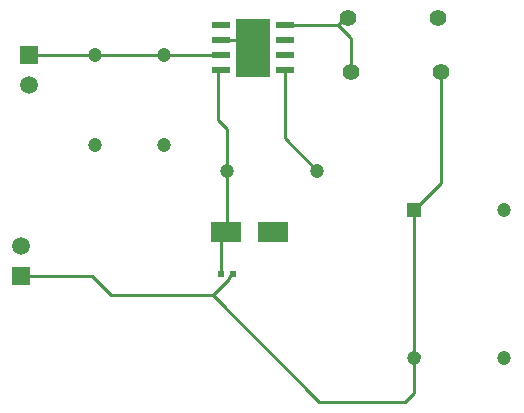
<source format=gtl>
G04*
G04 #@! TF.GenerationSoftware,Altium Limited,Altium Designer,22.11.1 (43)*
G04*
G04 Layer_Physical_Order=1*
G04 Layer_Color=255*
%FSLAX25Y25*%
%MOIN*%
G70*
G04*
G04 #@! TF.SameCoordinates,0EF54BBF-8022-4FFE-BA48-DBC816024316*
G04*
G04*
G04 #@! TF.FilePolarity,Positive*
G04*
G01*
G75*
%ADD12C,0.01000*%
%ADD15R,0.06102X0.02362*%
%ADD16R,0.02362X0.01968*%
%ADD17R,0.09843X0.06693*%
%ADD25C,0.01968*%
%ADD26R,0.11614X0.19291*%
%ADD27R,0.05906X0.05906*%
%ADD28C,0.05906*%
%ADD29C,0.04724*%
%ADD30R,0.04724X0.04724*%
%ADD31C,0.05512*%
%ADD32C,0.05000*%
D12*
X426968Y251500D02*
Y252508D01*
X415322Y237000D02*
X422500D01*
X393787D02*
X415322D01*
X425500Y240000D02*
Y251500D01*
X422500Y237000D02*
X425500Y240000D01*
X358287Y272500D02*
X393787Y237000D01*
X358287Y272500D02*
X363681Y277894D01*
X324500Y272500D02*
X358287D01*
X382228Y324740D02*
Y347500D01*
Y324740D02*
X392969Y314000D01*
X425468Y301000D02*
X425500Y300969D01*
Y251500D02*
Y300969D01*
X425468Y301000D02*
X434469Y310000D01*
Y347000D01*
X404000Y358500D02*
X404468Y358032D01*
Y347000D02*
Y358032D01*
X403950Y358500D02*
X404000D01*
X399950Y362500D02*
X403950Y358500D01*
X399950Y362500D02*
X402450Y365000D01*
X382228Y362500D02*
X399950D01*
X402450Y365000D02*
X403469D01*
X360000Y346819D02*
X360681Y347500D01*
X360000Y331000D02*
Y346819D01*
X360681Y347500D02*
X360968D01*
X360000Y331000D02*
X362968Y328031D01*
Y314000D02*
Y328031D01*
X362595Y293500D02*
X362968Y293874D01*
Y314000D01*
X361000Y291905D02*
X362595Y293500D01*
X361000Y279500D02*
Y291905D01*
X363681Y278441D02*
X364740Y279500D01*
X363681Y277894D02*
Y278441D01*
X364740Y279500D02*
X364937D01*
X318000Y279000D02*
X324500Y272500D01*
X294468Y279000D02*
X318000D01*
X318256Y323213D02*
X318969Y322500D01*
X368980Y357500D02*
X369039Y357559D01*
X360968Y357500D02*
X368980D01*
X366291Y345854D02*
X367760Y347323D01*
X369039D01*
X341968Y352500D02*
X360968D01*
X318969D02*
X341968D01*
X296969D02*
X318969D01*
D15*
X360968Y347500D02*
D03*
Y352500D02*
D03*
Y357500D02*
D03*
Y362500D02*
D03*
X382228D02*
D03*
Y357500D02*
D03*
Y352500D02*
D03*
Y347500D02*
D03*
D16*
X364937Y279500D02*
D03*
X361000D02*
D03*
D17*
X378343Y293500D02*
D03*
X362595D02*
D03*
D25*
X369039Y362677D02*
D03*
X374158D02*
D03*
X369039Y357559D02*
D03*
X374158D02*
D03*
X369039Y352441D02*
D03*
X374158D02*
D03*
X369039Y347323D02*
D03*
X374158D02*
D03*
D26*
X371598Y355000D02*
D03*
D27*
X294468Y279000D02*
D03*
X296969Y352500D02*
D03*
D28*
X294468Y289000D02*
D03*
X296969Y342500D02*
D03*
D29*
X392969Y314000D02*
D03*
X362968D02*
D03*
X341968Y352500D02*
D03*
Y322500D02*
D03*
X318969Y352500D02*
D03*
Y322500D02*
D03*
X455469Y301000D02*
D03*
X425500Y251500D02*
D03*
X455500D02*
D03*
D30*
X425468Y301000D02*
D03*
D31*
X434469Y347000D02*
D03*
X404468D02*
D03*
X403469Y365000D02*
D03*
X433468D02*
D03*
D32*
X379000Y293500D02*
D03*
X371598Y355000D02*
D03*
M02*

</source>
